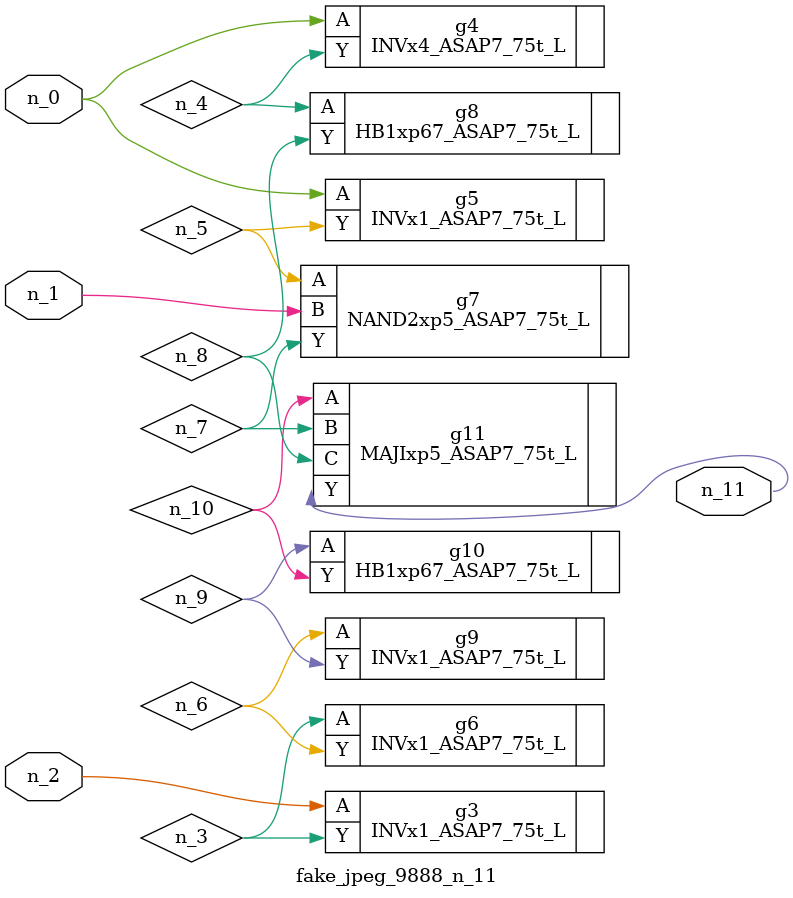
<source format=v>
module fake_jpeg_9888_n_11 (n_0, n_2, n_1, n_11);

input n_0;
input n_2;
input n_1;

output n_11;

wire n_3;
wire n_10;
wire n_4;
wire n_8;
wire n_9;
wire n_6;
wire n_5;
wire n_7;

INVx1_ASAP7_75t_L g3 ( 
.A(n_2),
.Y(n_3)
);

INVx4_ASAP7_75t_L g4 ( 
.A(n_0),
.Y(n_4)
);

INVx1_ASAP7_75t_L g5 ( 
.A(n_0),
.Y(n_5)
);

INVx1_ASAP7_75t_L g6 ( 
.A(n_3),
.Y(n_6)
);

INVx1_ASAP7_75t_L g9 ( 
.A(n_6),
.Y(n_9)
);

NAND2xp5_ASAP7_75t_L g7 ( 
.A(n_5),
.B(n_1),
.Y(n_7)
);

HB1xp67_ASAP7_75t_L g8 ( 
.A(n_4),
.Y(n_8)
);

HB1xp67_ASAP7_75t_L g10 ( 
.A(n_9),
.Y(n_10)
);

MAJIxp5_ASAP7_75t_L g11 ( 
.A(n_10),
.B(n_7),
.C(n_8),
.Y(n_11)
);


endmodule
</source>
